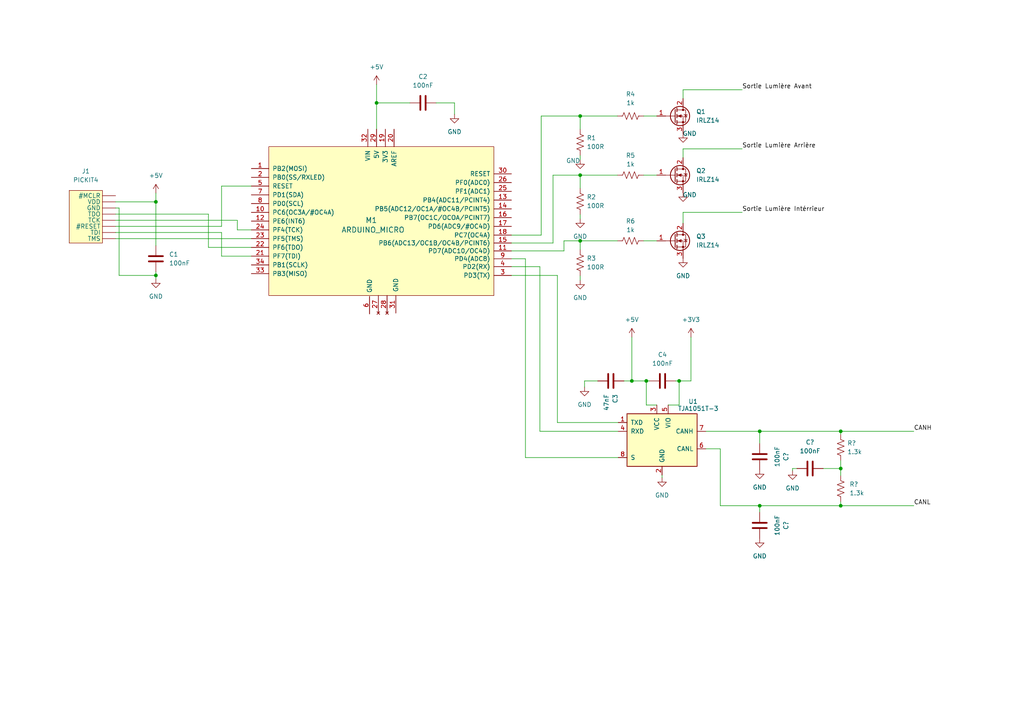
<source format=kicad_sch>
(kicad_sch (version 20211123) (generator eeschema)
  (paper "A4")
  (title_block (title "Ctrl_lumiere") (date "2022-02-21") (rev "V1") (company "Motrik") (comment 1 "Shema de controle des lumieres"))
  (lib_symbols
    (symbol "Device:C" (pin_numbers hide) (pin_names (offset 0.254))
      (property "Reference" "C" (at 0.635 2.54 0))
      (property "Value" "C" (at 0.635 -2.54 0))
      (symbol "C_0_1"
        (polyline (pts (xy -2.032 -0.762) (xy 2.032 -0.762)) (stroke (width 0.508)))
        (polyline (pts (xy -2.032 0.762) (xy 2.032 0.762)) (stroke (width 0.508)))
      )
      (symbol "C_1_1"
        (pin passive line (at 0 3.81 270) (length 2.794) (name "~") (number "1"))
        (pin passive line (at 0 -3.81 90) (length 2.794) (name "~") (number "2"))
      )
    )
    (symbol "Device:R_US" (pin_numbers hide) (pin_names (offset 0))
      (property "Reference" "R" (at 2.54 0 90))
      (property "Value" "R_US" (at -2.54 0 90))
      (symbol "R_US_0_1"
        (polyline (pts (xy 0 -2.286) (xy 0 -2.54)))
        (polyline (pts (xy 0 2.286) (xy 0 2.54)))
        (polyline (pts (xy 0 -0.762) (xy 1.016 -1.143) (xy 0 -1.524) (xy -1.016 -1.905) (xy 0 -2.286)))
        (polyline (pts (xy 0 0.762) (xy 1.016 0.381) (xy 0 0) (xy -1.016 -0.381) (xy 0 -0.762)))
        (polyline (pts (xy 0 2.286) (xy 1.016 1.905) (xy 0 1.524) (xy -1.016 1.143) (xy 0 0.762)))
      )
      (symbol "R_US_1_1"
        (pin passive line (at 0 3.81 270) (length 1.27) (name "~") (number "1"))
        (pin passive line (at 0 -3.81 90) (length 1.27) (name "~") (number "2"))
      )
    )
    (symbol "Interface_CAN_LIN:TJA1051T-3" (pin_names (offset 1.016))
      (property "Reference" "U1" (at 7.62 11.176 0))
      (property "Value" "TJA1051T-3" (at 4.572 9.144 0))
      (symbol "TJA1051T-3_0_1"
        (rectangle (start -10.16 7.62) (end 10.16 -7.62) (stroke (width 0.254)) (fill (type background)))
      )
      (symbol "TJA1051T-3_1_1"
        (pin input line (at -12.7 5.08 0) (length 2.54) (name "TXD") (number "1"))
        (pin power_in line (at 0 -10.16 90) (length 2.54) (name "GND") (number "2"))
        (pin power_in line (at -1.524 10.16 270) (length 2.54) (name "VCC") (number "3"))
        (pin output line (at -12.7 2.54 0) (length 2.54) (name "RXD") (number "4"))
        (pin power_in line (at 1.778 10.16 270) (length 2.54) (name "VIO") (number "5"))
        (pin bidirectional line (at 12.7 -2.54 180) (length 2.54) (name "CANL") (number "6"))
        (pin bidirectional line (at 12.7 2.54 180) (length 2.54) (name "CANH") (number "7"))
        (pin input line (at -12.7 -5.08 0) (length 2.54) (name "S") (number "8"))
      )
    )
    (symbol "Transistor_FET:IRLZ34N" (pin_names hide)
      (property "Reference" "Q" (at 6.35 1.905 0))
      (property "Value" "IRLZ34N" (at 6.35 0 0))
      (symbol "IRLZ34N_0_1"
        (polyline (pts (xy 0.254 0) (xy -2.54 0)))
        (polyline (pts (xy 0.254 1.905) (xy 0.254 -1.905)) (stroke (width 0.254)))
        (polyline (pts (xy 0.762 -1.27) (xy 0.762 -2.286)) (stroke (width 0.254)))
        (polyline (pts (xy 0.762 0.508) (xy 0.762 -0.508)) (stroke (width 0.254)))
        (polyline (pts (xy 0.762 2.286) (xy 0.762 1.27)) (stroke (width 0.254)))
        (polyline (pts (xy 2.54 2.54) (xy 2.54 1.778)))
        (polyline (pts (xy 2.54 -2.54) (xy 2.54 0) (xy 0.762 0)))
        (polyline (pts (xy 0.762 -1.778) (xy 3.302 -1.778) (xy 3.302 1.778) (xy 0.762 1.778)))
        (polyline (pts (xy 1.016 0) (xy 2.032 0.381) (xy 2.032 -0.381) (xy 1.016 0)) (fill (type outline)))
        (polyline (pts (xy 2.794 0.508) (xy 2.921 0.381) (xy 3.683 0.381) (xy 3.81 0.254)))
        (polyline (pts (xy 3.302 0.381) (xy 2.921 -0.254) (xy 3.683 -0.254) (xy 3.302 0.381)))
        (circle (center 1.651 0) (radius 2.794) (stroke (width 0.254)))
        (circle (center 2.54 -1.778) (radius 0.254) (fill (type outline)))
        (circle (center 2.54 1.778) (radius 0.254) (fill (type outline)))
      )
      (symbol "IRLZ34N_1_1"
        (pin input line (at -5.08 0 0) (length 2.54) (name "G") (number "1"))
        (pin passive line (at 2.54 5.08 270) (length 2.54) (name "D") (number "2"))
        (pin passive line (at 2.54 -5.08 90) (length 2.54) (name "S") (number "3"))
      )
    )
    (symbol "arduino_micro:ARDUINO_MICRO" (pin_names (offset 1.016))
      (property "Reference" "M?" (at 22.098 19.304 0))
      (property "Value" "ARDUINO_MICRO" (at 22.606 16.51 0))
      (symbol "ARDUINO_MICRO_0_1"
        (rectangle (start -7.62 40.64) (end 57.658 -2.54) (fill (type background)))
      )
      (symbol "ARDUINO_MICRO_1_1"
        (pin bidirectional line (at -12.7 34.29 0) (length 5.08) (name "PB2(MOSI)") (number "1"))
        (pin bidirectional line (at -12.7 21.59 0) (length 5.08) (name "PC6(OC3A/#OC4A)") (number "10"))
        (pin bidirectional line (at 62.738 10.414 180) (length 5.08) (name "PD7(ADC10/OC4D)") (number "11"))
        (pin bidirectional line (at -12.7 19.05 0) (length 5.08) (name "PE6(INT6)") (number "12"))
        (pin bidirectional line (at 62.738 25.146 180) (length 5.08) (name "PB4(ADC11/PCINT4)") (number "13"))
        (pin bidirectional line (at 62.738 22.606 180) (length 5.08) (name "PB5(ADC12/OC1A/#OC4B/PCINT5)") (number "14"))
        (pin bidirectional line (at 62.738 12.7 180) (length 5.08) (name "PB6(ADC13/OC1B/OC4B/PCINT6)") (number "15"))
        (pin bidirectional line (at 62.738 20.066 180) (length 5.08) (name "PB7(OC1C/OCOA/PCINT7)") (number "16"))
        (pin bidirectional line (at 62.738 17.526 180) (length 5.08) (name "PD6(ADC9/#OC4D)") (number "17"))
        (pin bidirectional line (at 62.738 14.986 180) (length 5.08) (name "PC7(OC4A)") (number "18"))
        (pin power_in line (at 26.162 45.72 270) (length 5.08) (name "3V3") (number "19"))
        (pin bidirectional line (at -12.7 31.75 0) (length 5.08) (name "PB0(SS/RXLED)") (number "2"))
        (pin power_in line (at 28.702 45.72 270) (length 5.08) (name "AREF") (number "20"))
        (pin bidirectional line (at -12.7 8.89 0) (length 5.08) (name "PF7(TDI)") (number "21"))
        (pin bidirectional line (at -12.7 11.43 0) (length 5.08) (name "PF6(TDO)") (number "22"))
        (pin bidirectional line (at -12.7 13.97 0) (length 5.08) (name "PF5(TMS)") (number "23"))
        (pin bidirectional line (at -12.7 16.51 0) (length 5.08) (name "PF4(TCK)") (number "24"))
        (pin bidirectional line (at 62.738 27.686 180) (length 5.08) (name "PF1(ADC1)") (number "25"))
        (pin bidirectional line (at 62.738 30.226 180) (length 5.08) (name "PF0(ADC0)") (number "26"))
        (pin no_connect line (at 24.13 -7.62 90) (length 5.08) (name "~") (number "27"))
        (pin no_connect line (at 26.67 -7.62 90) (length 5.08) (name "~") (number "28"))
        (pin power_in line (at 23.622 45.72 270) (length 5.08) (name "5V") (number "29"))
        (pin bidirectional line (at 62.738 3.302 180) (length 5.08) (name "PD3(TX)") (number "3"))
        (pin bidirectional line (at 62.738 32.766 180) (length 5.08) (name "RESET") (number "30"))
        (pin power_in line (at 29.21 -7.62 90) (length 5.08) (name "GND") (number "31"))
        (pin power_in line (at 21.082 45.72 270) (length 5.08) (name "VIN") (number "32"))
        (pin bidirectional line (at -12.7 3.81 0) (length 5.08) (name "PB3(MISO)") (number "33"))
        (pin bidirectional line (at -12.7 6.35 0) (length 5.08) (name "PB1(SCLK)") (number "34"))
        (pin bidirectional line (at 62.738 5.842 180) (length 5.08) (name "PD2(RX)") (number "4"))
        (pin bidirectional line (at -12.7 29.21 0) (length 5.08) (name "RESET") (number "5"))
        (pin power_in line (at 21.59 -7.874 90) (length 5.08) (name "GND") (number "6"))
        (pin bidirectional line (at -12.7 26.67 0) (length 5.08) (name "PD1(SDA)") (number "7"))
        (pin bidirectional line (at -12.7 24.13 0) (length 5.08) (name "PD0(SCL)") (number "8"))
        (pin bidirectional line (at 62.738 8.128 180) (length 5.08) (name "PD4(ADC8)") (number "9"))
      )
    )
    (symbol "motrik-symbole:+3V" (power) (pin_names (offset 0))
      (property "Value" "+3V" (at 0 5.08 0))
      (symbol "+3V_0_1"
        (polyline (pts (xy -0.762 1.27) (xy 0 2.54)))
        (polyline (pts (xy 0 0) (xy 0 2.54)))
        (polyline (pts (xy 0 2.54) (xy 0.762 1.27)))
      )
      (symbol "+3V_1_1"
        (pin power_in line (at 0 0 90) (length 0) hide (name "+3V3") (number "1"))
      )
    )
    (symbol "motrik-symbole:PICKIT4"
      (property "Reference" "J?" (at 0 11.43 0))
      (property "Value" "PICKIT4" (at 0 8.89 0))
      (symbol "PICKIT4_0_1"
        (rectangle (start -4.826 5.842) (end 4.826 -9.398) (fill (type background)))
      )
      (symbol "PICKIT4_1_1"
        (pin bidirectional line (at 8.636 4.318 180) (length 3.81) (name "#MCLR") (number ""))
        (pin bidirectional line (at 8.636 -4.572 180) (length 3.81) (name "#RESET") (number ""))
        (pin bidirectional line (at 8.636 0.762 180) (length 3.81) (name "GND") (number ""))
        (pin bidirectional line (at 8.636 -2.794 180) (length 3.81) (name "TCK") (number ""))
        (pin bidirectional line (at 8.636 -6.35 180) (length 3.81) (name "TDI") (number ""))
        (pin bidirectional line (at 8.636 -1.016 180) (length 3.81) (name "TDO") (number ""))
        (pin bidirectional line (at 8.636 -8.128 180) (length 3.81) (name "TMS") (number ""))
        (pin bidirectional line (at 8.636 2.54 180) (length 3.81) (name "VDD") (number ""))
      )
    )
    (symbol "power:+5V" (power) (pin_names (offset 0))
      (property "Value" "+5V" (at 0 3.556 0))
      (symbol "+5V_0_1"
        (polyline (pts (xy -0.762 1.27) (xy 0 2.54)))
        (polyline (pts (xy 0 0) (xy 0 2.54)))
        (polyline (pts (xy 0 2.54) (xy 0.762 1.27)))
      )
      (symbol "+5V_1_1"
        (pin power_in line (at 0 0 90) (length 0) hide (name "+5V") (number "1"))
      )
    )
    (symbol "power:GND" (power) (pin_names (offset 0))
      (property "Value" "GND" (at 0 -3.81 0))
      (symbol "GND_0_1"
        (polyline (pts (xy 0 0) (xy 0 -1.27) (xy 1.27 -1.27) (xy 0 -2.54) (xy -1.27 -1.27) (xy 0 -1.27)))
      )
      (symbol "GND_1_1"
        (pin power_in line (at 0 0 270) (length 0) hide (name "GND") (number "1"))
      )
    )
  )
  (junction (at 109.22 29.845))
  (junction (at 243.84 146.685))
  (junction (at 45.212 58.547))
  (junction (at 45.212 79.883))
  (junction (at 220.345 125.095))
  (junction (at 243.84 135.89))
  (junction (at 168.275 50.8))
  (junction (at 196.977 110.49))
  (junction (at 168.275 33.655))
  (junction (at 183.261 110.49))
  (junction (at 220.345 146.685))
  (junction (at 243.84 125.095))
  (junction (at 168.275 69.85))
  (junction (at 187.452 110.49))
  (wire (pts (xy 169.545 110.49) (xy 169.545 112.268)))
  (wire (pts (xy 34.544 60.325) (xy 34.544 79.883)))
  (wire (pts (xy 168.275 50.8) (xy 179.07 50.8)))
  (wire (pts (xy 109.22 24.511) (xy 109.22 29.845)))
  (wire (pts (xy 156.972 33.655) (xy 168.275 33.655)))
  (wire (pts (xy 163.576 69.85) (xy 168.275 69.85)))
  (wire (pts (xy 161.671 122.555) (xy 161.671 79.883)))
  (wire (pts (xy 160.401 50.8) (xy 160.401 70.485)))
  (wire (pts (xy 238.76 135.89) (xy 243.84 135.89)))
  (wire (pts (xy 156.972 68.199) (xy 156.972 33.655)))
  (wire (pts (xy 229.87 135.89) (xy 229.87 136.525)))
  (wire (pts (xy 168.275 45.085) (xy 168.275 46.355)))
  (wire (pts (xy 220.345 128.651) (xy 220.345 125.095)))
  (wire (pts (xy 243.84 125.095) (xy 265.049 125.095)))
  (wire (pts (xy 45.212 56.007) (xy 45.212 58.547)))
  (wire (pts (xy 243.84 145.542) (xy 243.84 146.685)))
  (wire (pts (xy 196.977 110.49) (xy 195.961 110.49)))
  (wire (pts (xy 168.275 69.85) (xy 179.07 69.85)))
  (wire (pts (xy 131.826 33.147) (xy 131.826 29.845)))
  (wire (pts (xy 198.12 61.595) (xy 198.12 64.77)))
  (wire (pts (xy 72.898 53.975) (xy 64.262 53.975)))
  (wire (pts (xy 198.12 61.595) (xy 215.265 61.595)))
  (wire (pts (xy 180.975 110.49) (xy 183.261 110.49)))
  (wire (pts (xy 131.826 29.845) (xy 126.492 29.845)))
  (wire (pts (xy 33.528 58.547) (xy 45.212 58.547)))
  (wire (pts (xy 193.802 117.475) (xy 196.977 117.475)))
  (wire (pts (xy 198.12 26.035) (xy 198.12 28.575)))
  (wire (pts (xy 64.262 74.295) (xy 72.898 74.295)))
  (wire (pts (xy 220.345 146.685) (xy 220.345 148.59)))
  (wire (pts (xy 152.4 75.057) (xy 148.336 75.057)))
  (wire (pts (xy 243.84 133.604) (xy 243.84 135.89)))
  (wire (pts (xy 33.528 60.325) (xy 34.544 60.325)))
  (wire (pts (xy 183.261 110.49) (xy 187.452 110.49)))
  (wire (pts (xy 179.324 125.095) (xy 156.591 125.095)))
  (wire (pts (xy 168.275 72.39) (xy 168.275 69.85)))
  (wire (pts (xy 183.261 97.79) (xy 183.261 110.49)))
  (wire (pts (xy 148.336 72.771) (xy 163.576 72.771)))
  (wire (pts (xy 243.84 135.89) (xy 243.84 137.922)))
  (wire (pts (xy 152.4 132.715) (xy 152.4 75.057)))
  (wire (pts (xy 60.452 62.103) (xy 60.452 71.755)))
  (wire (pts (xy 34.544 79.883) (xy 45.212 79.883)))
  (wire (pts (xy 243.84 125.984) (xy 243.84 125.095)))
  (wire (pts (xy 160.401 50.8) (xy 168.275 50.8)))
  (wire (pts (xy 186.69 50.8) (xy 190.5 50.8)))
  (wire (pts (xy 200.406 110.49) (xy 196.977 110.49)))
  (wire (pts (xy 198.12 43.18) (xy 198.12 45.72)))
  (wire (pts (xy 231.14 135.89) (xy 229.87 135.89)))
  (wire (pts (xy 243.84 146.685) (xy 220.345 146.685)))
  (wire (pts (xy 204.724 130.175) (xy 208.915 130.175)))
  (wire (pts (xy 168.275 33.655) (xy 179.07 33.655)))
  (wire (pts (xy 168.275 62.23) (xy 168.275 63.5)))
  (wire (pts (xy 64.262 67.437) (xy 64.262 74.295)))
  (wire (pts (xy 192.024 137.795) (xy 192.024 138.557)))
  (wire (pts (xy 33.528 69.215) (xy 72.898 69.215)))
  (wire (pts (xy 68.834 66.675) (xy 72.898 66.675)))
  (wire (pts (xy 173.355 110.49) (xy 169.545 110.49)))
  (wire (pts (xy 45.212 78.867) (xy 45.212 79.883)))
  (wire (pts (xy 161.671 79.883) (xy 148.336 79.883)))
  (wire (pts (xy 198.12 43.18) (xy 215.265 43.18)))
  (wire (pts (xy 148.336 70.485) (xy 160.401 70.485)))
  (wire (pts (xy 45.212 58.547) (xy 45.212 71.247)))
  (wire (pts (xy 168.275 54.61) (xy 168.275 50.8)))
  (wire (pts (xy 68.834 63.881) (xy 68.834 66.675)))
  (wire (pts (xy 243.84 146.685) (xy 265.049 146.685)))
  (wire (pts (xy 200.406 97.79) (xy 200.406 110.49)))
  (wire (pts (xy 109.22 29.845) (xy 109.22 37.465)))
  (wire (pts (xy 156.591 77.343) (xy 148.336 77.343)))
  (wire (pts (xy 186.69 69.85) (xy 190.5 69.85)))
  (wire (pts (xy 204.724 125.095) (xy 220.345 125.095)))
  (wire (pts (xy 156.591 125.095) (xy 156.591 77.343)))
  (wire (pts (xy 243.84 125.095) (xy 220.345 125.095)))
  (wire (pts (xy 64.262 53.975) (xy 64.262 65.659)))
  (wire (pts (xy 198.12 26.035) (xy 215.265 26.035)))
  (wire (pts (xy 208.915 130.175) (xy 208.915 146.685)))
  (wire (pts (xy 148.336 68.199) (xy 156.972 68.199)))
  (wire (pts (xy 60.452 71.755) (xy 72.898 71.755)))
  (wire (pts (xy 179.324 122.555) (xy 161.671 122.555)))
  (wire (pts (xy 33.528 63.881) (xy 68.834 63.881)))
  (wire (pts (xy 109.22 29.845) (xy 118.872 29.845)))
  (wire (pts (xy 168.275 80.01) (xy 168.275 81.28)))
  (wire (pts (xy 179.324 132.715) (xy 152.4 132.715)))
  (wire (pts (xy 33.528 62.103) (xy 60.452 62.103)))
  (wire (pts (xy 196.977 117.475) (xy 196.977 110.49)))
  (wire (pts (xy 190.5 117.475) (xy 187.452 117.475)))
  (wire (pts (xy 187.452 117.475) (xy 187.452 110.49)))
  (wire (pts (xy 187.452 110.49) (xy 188.341 110.49)))
  (wire (pts (xy 168.275 37.465) (xy 168.275 33.655)))
  (wire (pts (xy 45.212 79.883) (xy 45.212 80.899)))
  (wire (pts (xy 64.262 65.659) (xy 33.528 65.659)))
  (wire (pts (xy 208.915 146.685) (xy 220.345 146.685)))
  (wire (pts (xy 186.69 33.655) (xy 190.5 33.655)))
  (wire (pts (xy 163.576 72.771) (xy 163.576 69.85)))
  (wire (pts (xy 64.262 67.437) (xy 33.528 67.437)))
  (label "Sortie Lumière Intérrieur" (at 215.265 61.595 0))
  (label "CANL" (at 265.049 146.685 0))
  (label "CANH" (at 265.049 125.095 0))
  (label "Sortie Lumière Avant" (at 215.265 26.035 0))
  (label "Sortie Lumière Arrière" (at 215.265 43.18 0))
  (symbol (lib_id "power:GND") (at 198.12 38.735 0) (unit 1)
    (property "Reference" "#PWR08" (effects hide))
    (property "Value" "GND" (at 200.025 38.735 0))
  )
  (symbol (lib_id "power:GND") (at 168.275 46.355 0) (unit 1)
    (property "Reference" "#PWR05" (effects hide))
    (property "Value" "GND" (at 166.243 46.609 0))
  )
  (symbol (lib_id "power:+5V") (at 183.261 97.79 0) (unit 1)
    (property "Reference" "#PWR012" (effects hide))
    (property "Value" "+5V" (at 183.261 92.71 0))
  )
  (symbol (lib_id "power:GND") (at 220.345 156.21 0) (unit 1)
    (property "Reference" "#PWR?" (effects hide))
    (property "Value" "GND" (at 220.345 161.29 0))
  )
  (symbol (lib_id "Transistor_FET:IRLZ34N") (at 195.58 50.8 0) (unit 1)
    (property "Reference" "Q2" (at 201.93 49.5299 0) (effects (justify left)))
    (property "Value" "IRLZ14" (at 201.93 52.0699 0) (effects (justify left)))
    (property "Footprint" "Package_TO_SOT_THT:TO-220-3_Vertical" (effects hide))
    (property "Datasheet" "http://www.infineon.com/dgdl/irlz34npbf.pdf?fileId=5546d462533600a40153567206892720" (effects hide))
  )
  (symbol (lib_id "Device:C") (at 192.151 110.49 270) (mirror x) (unit 1)
    (property "Reference" "C4" (at 192.151 102.87 90))
    (property "Value" "100nF" (at 192.151 105.41 90))
  )
  (symbol (lib_id "power:+5V") (at 45.212 56.007 0) (unit 1)
    (property "Reference" "#PWR01" (effects hide))
    (property "Value" "+5V" (at 45.212 50.927 0))
  )
  (symbol (lib_id "Device:C") (at 220.345 152.4 0) (mirror x) (unit 1)
    (property "Reference" "C?" (at 227.965 152.4 90))
    (property "Value" "100nF" (at 225.425 152.4 90))
  )
  (symbol (lib_id "Device:C") (at 234.95 135.89 270) (mirror x) (unit 1)
    (property "Reference" "C?" (at 234.95 128.27 90))
    (property "Value" "100nF" (at 234.95 130.81 90))
  )
  (symbol (lib_id "Interface_CAN_LIN:TJA1051T-3") (at 192.024 127.635 0) (unit 1)
    (property "Reference" "U1" (at 199.644 116.459 0) (effects (justify left)))
    (property "Value" "TJA1051T-3" (at 196.596 118.491 0) (effects (justify left)))
    (property "Footprint" "Package_SO:SOIC-8_3.9x4.9mm_P1.27mm" (effects hide))
    (property "Datasheet" "http://www.nxp.com/documents/data_sheet/TJA1051.pdf" (effects hide))
  )
  (symbol (lib_id "Device:R_US") (at 168.275 58.42 0) (unit 1)
    (property "Reference" "R2" (at 170.18 57.1499 0) (effects (justify left)))
    (property "Value" "100R" (at 170.18 59.6899 0) (effects (justify left)))
  )
  (symbol (lib_id "Device:C") (at 122.682 29.845 90) (unit 1)
    (property "Reference" "C2" (at 122.682 22.225 90))
    (property "Value" "100nF" (at 122.682 24.765 90))
  )
  (symbol (lib_id "Device:R_US") (at 243.84 129.794 0) (unit 1)
    (property "Reference" "R?" (at 245.745 128.5239 0) (effects (justify left)))
    (property "Value" "1.3k" (at 245.745 131.0639 0) (effects (justify left)))
  )
  (symbol (lib_id "power:GND") (at 131.826 33.147 0) (unit 1)
    (property "Reference" "#PWR04" (effects hide))
    (property "Value" "GND" (at 131.826 38.227 0))
  )
  (symbol (lib_id "Device:C") (at 177.165 110.49 270) (unit 1)
    (property "Reference" "C3" (at 178.4351 114.3 0) (effects (justify left)))
    (property "Value" "47nF" (at 175.8951 114.3 0) (effects (justify left)))
  )
  (symbol (lib_id "power:GND") (at 192.024 138.557 0) (unit 1)
    (property "Reference" "#PWR?" (effects hide))
    (property "Value" "GND" (at 192.024 143.637 0))
  )
  (symbol (lib_id "Transistor_FET:IRLZ34N") (at 195.58 33.655 0) (unit 1)
    (property "Reference" "Q1" (at 201.93 32.3849 0) (effects (justify left)))
    (property "Value" "IRLZ14" (at 201.93 34.9249 0) (effects (justify left)))
    (property "Footprint" "Package_TO_SOT_THT:TO-220-3_Vertical" (effects hide))
    (property "Datasheet" "http://www.infineon.com/dgdl/irlz34npbf.pdf?fileId=5546d462533600a40153567206892720" (effects hide))
  )
  (symbol (lib_id "power:GND") (at 168.275 81.28 0) (unit 1)
    (property "Reference" "#PWR07" (effects hide))
    (property "Value" "GND" (at 168.275 86.36 0))
  )
  (symbol (lib_id "Device:R_US") (at 182.88 69.85 270) (unit 1)
    (property "Reference" "R6" (at 182.88 64.135 90))
    (property "Value" "1k" (at 182.88 66.675 90))
  )
  (symbol (lib_id "power:GND") (at 198.12 74.93 0) (unit 1)
    (property "Reference" "#PWR010" (effects hide))
    (property "Value" "GND" (at 198.12 80.01 0))
  )
  (symbol (lib_id "power:GND") (at 198.12 55.88 0) (unit 1)
    (property "Reference" "#PWR09" (effects hide))
    (property "Value" "GND" (at 200.025 56.515 0))
  )
  (symbol (lib_id "motrik-symbole:+3V") (at 200.406 97.79 0) (unit 1)
    (property "Reference" "#PWR013" (effects hide))
    (property "Value" "+3V" (at 200.406 92.71 0))
  )
  (symbol (lib_id "power:+5V") (at 109.22 24.511 0) (unit 1)
    (property "Reference" "#PWR03" (effects hide))
    (property "Value" "+5V" (at 109.22 19.431 0))
  )
  (symbol (lib_id "Transistor_FET:IRLZ34N") (at 195.58 69.85 0) (unit 1)
    (property "Reference" "Q3" (at 201.93 68.5799 0) (effects (justify left)))
    (property "Value" "IRLZ14" (at 201.93 71.1199 0) (effects (justify left)))
    (property "Footprint" "Package_TO_SOT_THT:TO-220-3_Vertical" (effects hide))
    (property "Datasheet" "http://www.infineon.com/dgdl/irlz34npbf.pdf?fileId=5546d462533600a40153567206892720" (effects hide))
  )
  (symbol (lib_id "Device:R_US") (at 243.84 141.732 0) (unit 1)
    (property "Reference" "R?" (at 246.38 140.4619 0) (effects (justify left)))
    (property "Value" "1.3k" (at 246.38 143.0019 0) (effects (justify left)))
  )
  (symbol (lib_id "power:GND") (at 168.275 63.5 0) (unit 1)
    (property "Reference" "#PWR06" (effects hide))
    (property "Value" "GND" (at 168.275 68.58 0))
  )
  (symbol (lib_id "Device:C") (at 45.212 75.057 0) (unit 1)
    (property "Reference" "C1" (at 49.022 73.7869 0) (effects (justify left)))
    (property "Value" "100nF" (at 49.022 76.3269 0) (effects (justify left)))
  )
  (symbol (lib_id "Device:R_US") (at 182.88 50.8 270) (unit 1)
    (property "Reference" "R5" (at 182.88 45.085 90))
    (property "Value" "1k" (at 182.88 47.625 90))
  )
  (symbol (lib_id "arduino_micro:ARDUINO_MICRO") (at 85.598 83.185 0) (unit 1)
    (property "Reference" "M1" (at 107.696 63.881 0) (effects (font (size 1.524 1.524))))
    (property "Value" "ARDUINO_MICRO" (at 108.204 66.675 0) (effects (font (size 1.524 1.524))))
    (property "Footprint" "arduino_micro:Arduino_Micro" (effects hide))
  )
  (symbol (lib_id "power:GND") (at 220.345 136.271 0) (unit 1)
    (property "Reference" "#PWR?" (effects hide))
    (property "Value" "GND" (at 220.345 141.351 0))
  )
  (symbol (lib_id "power:GND") (at 45.212 80.899 0) (unit 1)
    (property "Reference" "#PWR02" (effects hide))
    (property "Value" "GND" (at 45.212 85.979 0))
  )
  (symbol (lib_id "Device:C") (at 220.345 132.461 0) (mirror x) (unit 1)
    (property "Reference" "C?" (at 227.965 132.461 90))
    (property "Value" "100nF" (at 225.425 132.461 90))
  )
  (symbol (lib_id "Device:R_US") (at 182.88 33.655 270) (unit 1)
    (property "Reference" "R4" (at 182.88 27.305 90))
    (property "Value" "1k" (at 182.88 29.845 90))
  )
  (symbol (lib_id "power:GND") (at 229.87 136.525 0) (unit 1)
    (property "Reference" "#PWR?" (effects hide))
    (property "Value" "GND" (at 229.87 141.605 0))
  )
  (symbol (lib_id "Device:R_US") (at 168.275 76.2 0) (unit 1)
    (property "Reference" "R3" (at 170.18 74.9299 0) (effects (justify left)))
    (property "Value" "100R" (at 170.18 77.4699 0) (effects (justify left)))
  )
  (symbol (lib_id "power:GND") (at 169.545 112.268 0) (unit 1)
    (property "Reference" "#PWR011" (effects hide))
    (property "Value" "GND" (at 169.545 117.348 0))
  )
  (symbol (lib_id "Device:R_US") (at 168.275 41.275 0) (unit 1)
    (property "Reference" "R1" (at 170.18 40.0049 0) (effects (justify left)))
    (property "Value" "100R" (at 170.18 42.5449 0) (effects (justify left)))
  )
  (symbol (lib_id "motrik-symbole:PICKIT4") (at 24.892 61.087 0) (unit 1)
    (property "Reference" "J1" (at 24.892 49.657 0))
    (property "Value" "PICKIT4" (at 24.892 52.197 0))
  )
)
</source>
